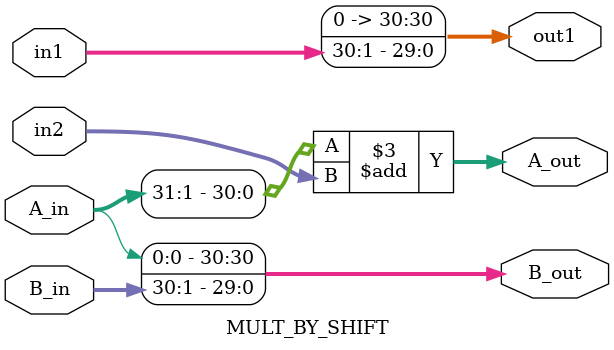
<source format=v>
module MC(
	//io
	clk,
	rst_n,
	in_valid,
	in_data,
	size,
	action,
	out_valid,
	out_data
);
//io
input	clk;
input	rst_n;
input	in_valid;
input	[30:0]in_data;
input	[1:0]size;
input	[2:0]action;
output	reg out_valid;
output	reg [30:0]out_data;


//FSM
parameter   ST_IDLE     =   'd0,
            ST_INPUT    =   'd1,
            ST_MULT1    =   'd2,
            ST_MULT2    =   'd3,
            ST_TRAN     =   'd4,
            ST_MIRR     =   'd5,
            ST_ROTA     =   'd6,
            ST_OUT1     =   'd7,
            ST_OUT2     =   'd8,
//out for actoin 3,4,5
            ST_OUT3     =   'd9
;
reg [3:0] cs;
//IN
reg [8:0] input_cnt;
reg [1:0] ff_size0;
reg [4:0] ff_size;
wire[4:0] ff_sizem1  = ff_size  - 1;
reg [8:0] ff_size2;
wire[8:0] ff_size2m1 = ff_size2 - 1;
reg [2:0] ff_action;
reg [30:0]ff_data;

//MULT1
reg [8:0] mult_cnt;
wire [8:0] tmp_row_cnt = (mult_cnt - 3) >> (ff_size0+1);
reg [30:0] ff_tmp_QM,ff_tmp_QC;
reg [61:0] ff_tmp_mult;
reg [30:0] ff_tmp_row [15:0];
wire [32:0] pa1 = ff_tmp_mult[61:31] + ff_tmp_mult[30:0] + ff_tmp_row[tmp_row_cnt];
wire [30:0] pa2 = pa1[32:31] + pa1[30:0];
//wire [30:0] pa3 = pa2[31] + pa2[30:0];

//MULT2
reg [3:0] mult2_cnt;

//MEM
wire CEN = 'd0;
wire OEN = 'd0;

wire [30:0] QM;
wire        WENM;
reg  [3:0]  ym,xm;
wire [7:0]  AM  = {ym,xm};
reg  [30:0] DM;

wire [30:0] QC;
reg         WENC;
reg  [3:0]  yc,xc;
wire [7:0]  AC  = {yc,xc};
reg  [30:0] DC;

//OUT
reg[8:0] output_cnt;

///////////
//  FSM  //
///////////
always@(posedge clk or negedge rst_n)begin
    if(!rst_n)
        cs <= ST_IDLE;
    else begin
        case(cs)
            ST_IDLE :begin
                if(in_valid)begin
                    if(action == 'd3)
                        cs <= ST_TRAN;
                    else if(action == 'd4)
                        cs <= ST_MIRR;
                    else if(action == 'd5)
                        cs <= ST_ROTA;
                    else
                        cs <= ST_INPUT;
                end
            end
            ST_INPUT:begin
                if(input_cnt == (ff_size2m1+(ff_action == 'd1)) )begin
                    if(ff_action == 'd2)
                        cs <= ST_MULT1;
                    else
                        cs <= ST_OUT1;
                end
            end
            ST_MULT1:if(mult_cnt == ff_size2m1+'d5) cs <= ST_MULT2;
            ST_MULT2:begin
                if(mult2_cnt == ff_sizem1)begin
                    if(ym == ff_sizem1)
                        cs <= ST_OUT1;
                    else
                        cs <= ST_MULT1;
                end
            end
            ST_TRAN:begin
                if(xm == ff_sizem1 &&  ym == ff_sizem1)begin
                        cs <= ST_OUT1;
                end
            end
            ST_MIRR:begin
                if(xm == 'd0 &&  ym == ff_sizem1)begin
                        cs <= ST_OUT1;
                end
            end
            ST_ROTA:begin
                if(xm == ff_sizem1 &&  ym == 'd0)begin
                        cs <= ST_OUT1;
                end
            end
            ST_OUT1:                               cs <= ST_OUT2;
            ST_OUT2:begin
                if(output_cnt == ff_size2m1)begin
                    if(ff_action > 'd2)
                        cs <= ST_OUT3;
                    else
                        cs <= ST_IDLE;
                end
            end
            ST_OUT3: cs <= ST_IDLE;
        endcase
    end
end

//////////
//  IN  //
//////////
always@(posedge clk or negedge rst_n)begin
    if(!rst_n)
        input_cnt <= 'd0;
    else if(cs == ST_OUT2)
        input_cnt <= 'd0;
    else if(in_valid || cs == ST_INPUT)
        input_cnt <= input_cnt + 1;
end

always@(posedge clk or negedge rst_n)begin
    if(!rst_n)
        ff_data <= 'd0;
    else
        ff_data <= in_data;
end

always@(posedge clk or negedge rst_n)begin
    if (!rst_n) begin
        ff_size   <= 'd0;
        ff_size2  <= 'd0;
        ff_action <= 'd0;
        ff_size0  <= 'd0;
    end else if (cs == ST_IDLE && in_valid) begin
        if(action == 'd0)begin
            ff_size0 <= size;
            if(size == 'd0)begin
                ff_size  <= 5'b00010;
                ff_size2 <= 9'b000000100;
            end else if(size == 'd1) begin
                ff_size  <= 5'b00100;
                ff_size2 <= 9'b000010000;
            end else if(size == 'd2) begin
                ff_size  <= 5'b01000;
                ff_size2 <= 9'b001000000;
            end else if(size == 'd3) begin
                ff_size  <= 5'b10000;
                ff_size2 <= 9'b100000000;
            end
        end
        ff_action <= action;
    end
end

/////////////
//  MULT1  //
/////////////
always@(posedge clk or negedge rst_n)begin
    if(!rst_n)
        mult_cnt <= 'd0;
    else if(cs == ST_IDLE)
        mult_cnt <= 'd0;
    else if(cs == ST_MULT2)
        mult_cnt <= 'd0;
    else if(cs == ST_MULT1)begin
        mult_cnt <= mult_cnt + 1;
    end
end

always@(posedge clk or negedge rst_n)begin
    if(!rst_n)
        ff_tmp_QM <= 'd0;
    else
        ff_tmp_QM <= QM;
end
always@(posedge clk or negedge rst_n)begin
    if(!rst_n)
        ff_tmp_QC <= 'd0;
    else
        ff_tmp_QC <= QC;
end

always@(posedge clk or negedge rst_n)begin
    if(!rst_n)
        ff_tmp_mult <= 'd0;
    else
        ff_tmp_mult <= ff_tmp_QC*ff_tmp_QM;
end

integer i;
always@(posedge clk or negedge rst_n)begin
    if(!rst_n)begin
        for(i = 0;i < 16;i = i + 1)begin
            ff_tmp_row[i] <= 'd0;
        end
    end else if (cs == ST_MULT2 && mult2_cnt == ff_sizem1) begin
        for(i = 0;i < 16;i = i + 1)begin
            ff_tmp_row[i] <= 'd0;
        end
    end else if(cs == ST_MULT1) begin
        ff_tmp_row[tmp_row_cnt] <= pa2;
    end
end

/////////////
//  MULT2  //
/////////////
always@(posedge clk or negedge rst_n)begin
    if(!rst_n)
        mult2_cnt <= 'd0;
    else if(cs == ST_IDLE)
        mult2_cnt <= 'd0;
    else if(cs == ST_MULT1)
        mult2_cnt <= 'd0;
    else if (mult_cnt == ff_sizem1+'d5)
        mult2_cnt <= mult2_cnt + 1;
    else if (cs == ST_MULT2 && mult2_cnt < ff_sizem1)
        mult2_cnt <= mult2_cnt + 1;
end

///////////
//  OUT  //
///////////
always@(posedge clk or negedge rst_n)begin
    if(!rst_n)
        output_cnt <= 'd0;
    else if(cs == ST_IDLE)
        output_cnt <= 'd0;
    else if(cs == ST_OUT2)
        output_cnt <= output_cnt + 1;
end

always@(posedge clk or negedge rst_n)begin
    if(!rst_n)begin
        out_valid <= 'd0;
        out_data <= 'd0;
    end else if (cs == ST_OUT2 && ff_action < 'd3) begin
        out_valid <= 'd1;
        out_data <= QM;
    end else if (cs == ST_OUT3) begin
        out_valid <= 'd1;
        out_data <= 'd0;
    end else begin
        out_valid <= 'd0;
        out_data <= 'd0;
    end
end

///////////
//  MEM  //
///////////
RA1SH mem_I(   .Q(QM),   .CLK(clk),   .CEN(CEN),   .WEN(WENM),   .A(AM),   .D(DM),   .OEN(OEN));
RA1SH mem_O(   .Q(QC),   .CLK(clk),   .CEN(CEN),   .WEN(WENC),   .A(AC),   .D(DC),   .OEN(OEN));

wire is_action345 = cs == ST_TRAN || cs == ST_MIRR || cs == ST_ROTA;
assign WENM = !((in_valid && !(cs == ST_IDLE && action > 'd2)) || cs == ST_MULT2 || is_action345 || (ff_action == 'd1 && cs == ST_INPUT) );
//always@(posedge clk or negedge rst_n)begin
//    if(!rst_n)
//        WENM <= 'd1;
//    else if (in_valid)
//        WENM <= 'd0;
//    else if (mult_cnt == ff_sizem1+'d5)
//        WENM <= 'd0;
//    else if (cs == ST_MULT2 && mult2_cnt < ff_sizem1)
//        WENM <= 'd0;
//    else
//        WENM <= 'd1;
//end
always@(posedge clk or negedge rst_n)begin
    if (!rst_n) begin
        ym <= 'd0;
        xm <= 'd0;
    end else if (in_valid || cs >= ST_OUT1) begin
        if(xm == ff_sizem1)begin
            if (ym == ff_sizem1) begin
                ym <= 'd0;
                xm <= 'd0;
            end else begin
                ym <= ym + 1;
                xm <= 'd0;
            end
        end else if((action == 'd1 || action == 'd3) && cs == ST_IDLE) begin
            xm <= xm;
        end else if(action == 'd4 && cs == ST_IDLE) begin
            xm <= ff_sizem1;
        end else if(action == 'd5 && cs == ST_IDLE) begin
            xm <= xm;
            ym <= ff_sizem1;
        end else begin
            xm <= xm + 1;
        end
    end else if (cs == ST_MULT2) begin
        if(mult2_cnt == ff_sizem1)begin
            if(ym == ff_sizem1)
                ym <= 'd0;
            else
                ym <= ym + 1;
            xm <= 'd0;
        end else
            xm <= xm + 1;
    end else if (cs == ST_MULT1) begin
        if(mult_cnt == ff_size2m1+'d5)begin
            xm <= 'd0;
        end else if(xm == ff_sizem1)begin
            xm <= 'd0;
        end else begin
            xm <= xm + 1;
        end
    end else if (cs == ST_TRAN) begin
        if(ym == ff_sizem1)begin
            if (xm == ff_sizem1) begin
                xm <= 'd0;
                ym <= 'd0;
            end else begin
                xm <= xm + 1;
                ym <= 'd0;
            end
        end else begin
            ym <= ym + 1;
        end
    end else if (cs == ST_MIRR) begin
        if(xm == 'd0)begin
            if (ym == ff_sizem1) begin
                ym <= 'd0;
                xm <= 'd0;
            end else begin
                ym <= ym + 1;
                xm <= ff_sizem1;
            end
        end else begin
            xm <= xm - 1;
        end
    end else if (cs == ST_ROTA) begin
        if(ym == 'd0)begin
            if (xm == ff_sizem1) begin
                ym <= 'd0;
                xm <= 'd0;
            end else begin
                ym <= ff_sizem1;
                xm <= xm + 1;
            end
        end else begin
            ym <= ym - 1;
        end
    end else if ((cs == ST_IDLE) ||(cs == ST_INPUT && input_cnt == ff_size2) )begin
        ym <= 'd0;
        xm <= 'd0;
    end
end
wire [31:0] tmp_add = ff_data+QC;
wire [30:0] pa_add = tmp_add[31]+tmp_add[30:0];
//assign DM = (cs == ST_MULT2)? ff_tmp_row[mult2_cnt] : (ff_action == 'd1)? pa_add :(in_valid) ? in_data : 'd0;
always@(*)begin
    if (cs == ST_MULT2)
        DM = ff_tmp_row[mult2_cnt];
    else if (ff_action == 'd1 && cs == ST_INPUT)
        DM = pa_add;
    else if (in_valid)
        DM = in_data;
    else if (cs == ST_TRAN || cs == ST_MIRR || cs == ST_ROTA)
        DM = QC;
    else
        DM = 'd0;
end

always@(posedge clk or negedge rst_n)begin
    if(!rst_n)
        WENC <= 'd1;
    else if (cs == ST_OUT2)
        WENC <= 'd0;
    else if (cs == ST_IDLE)
        WENC <= 'd1;
end
always@(posedge clk or negedge rst_n)begin
    if (!rst_n) begin
        yc <= 'd0;
        xc <= 'hffff;
    end else if (cs == ST_OUT1) begin
        yc <= 'd0;
        xc <= 'hffff;
    end else if (cs == ST_OUT2 || cs == ST_TRAN || cs == ST_MIRR || cs == ST_ROTA) begin
        if(xc == ff_sizem1)begin
            if (yc == ff_sizem1 || ( WENM && WENC)) begin
                yc <= 'd0;
                xc <= 'd0;
            end else begin
                yc <= yc + 1;
                xc <= 'd0;
            end
        end else begin
            xc <= xc + 1;
        end
    end else if (cs == ST_MULT2) begin
        if(mult2_cnt == ff_sizem1)begin
            yc <= 'd0;
            xc <= 'd0;
        end else
            xc <= xc + 1;
    end else if (cs == ST_MULT1) begin
        if(yc == ff_sizem1)begin
            if (xc == ff_sizem1) begin
                xc <= 'd0;
                yc <= 'd0;
            end else begin
                xc <= xc + 1;
                yc <= 'd0;
            end
        end else begin
            yc <= yc + 1;
        end
    end else if (in_valid) begin
        if((cs == ST_IDLE && (action == 'd1 || action == 'd3 || action == 'd4 || action == 'd5) ) || ff_action == 'd1) begin
            if(xc == ff_sizem1)begin
                if (yc == ff_sizem1) begin
                    yc <= 'd0;
                    xc <= 'd0;
                end else begin
                    yc <= yc + 1;
                    xc <= 'd0;
                end
            end else begin
                xc <= xc + 1;
            end
        end else if(ff_action == 'd2)begin
            yc <= 'd0;
            xc <= 'd0;
        end else begin
            yc <= 'd0;
            xc <= 'hffff;
        end
    end else if (cs == ST_IDLE) begin
        yc <= 'd0;
        xc <= 'd0;
    end
end
always@(posedge clk or negedge rst_n)begin
    if(!rst_n)
        DC <= 'd0;
    else if (cs == ST_OUT2)
        DC <= QM;
end

//wire [61:0 ]tmp_mux = in_data_arr[0]*in_data_arr[1];
//assign out_data = (input_cnt == 'd2)? tmp_mux[61:31] : 0 ;

//wire [30:0] out1,B_out;
//wire [31:0] A_out;
//MULT_BY_SHIFT mbs(.in1(in_data_arr[0]),.in2(in_data_arr[1]),.A_in({1'b0,in_data_arr[0]}),.B_in(in_data_arr[0]),.out1(out1),.A_out(A_out),.B_out(B_out));

endmodule

//////////////////////////
////////  MODULE  ////////
//////////////////////////

module MULT_BY_SHIFT(in1,in2,A_in,B_in,out1,A_out,B_out);
input [30:0] in1,in2,B_in;
input [31:0] A_in;
output [30:0] out1,B_out;
output [31:0] A_out;

assign out1 = {1'b0,in1[30:1]};
assign A_out = A_in[31:1] + in2;
assign B_out = {A_in[0],B_in[30:1]};
endmodule 

</source>
